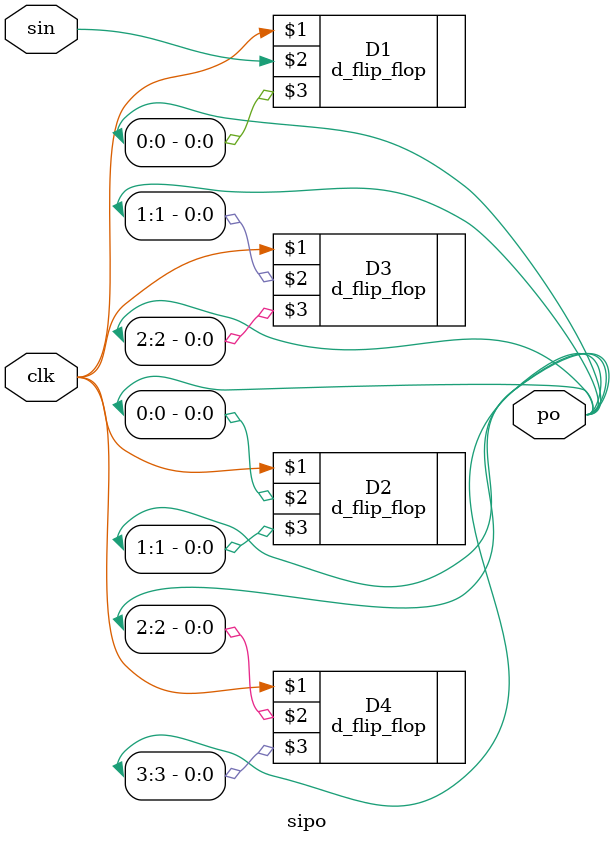
<source format=v>
`timescale 1ns / 1ps


module sipo(input sin,
            input clk,
            output [3:0]po);
    
    //wire q0,q1,q2,q3;
    d_flip_flop D1(clk, sin,po[0]);
    d_flip_flop D2(clk, po[0],po[1]);
    d_flip_flop D3(clk, po[1],po[2]);
    d_flip_flop D4(clk, po[2],po[3]);
    
endmodule

</source>
